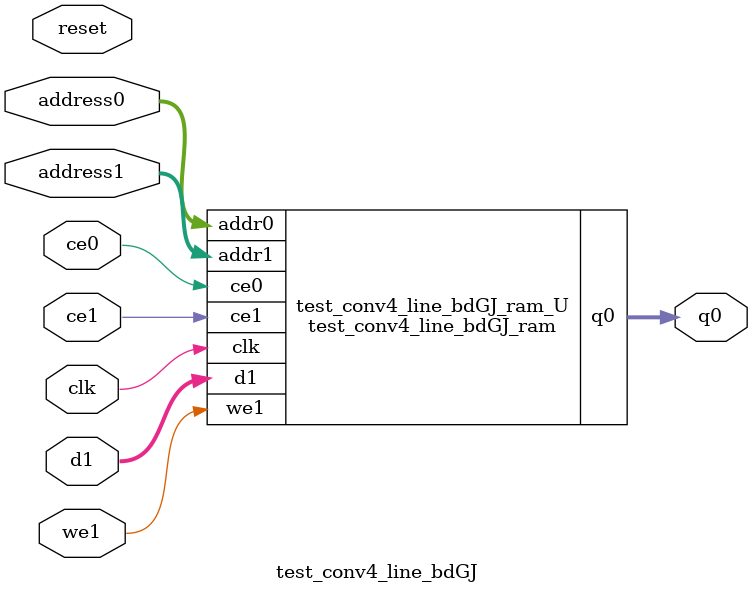
<source format=v>
`timescale 1 ns / 1 ps
module test_conv4_line_bdGJ_ram (addr0, ce0, q0, addr1, ce1, d1, we1,  clk);

parameter DWIDTH = 4;
parameter AWIDTH = 6;
parameter MEM_SIZE = 42;

input[AWIDTH-1:0] addr0;
input ce0;
output reg[DWIDTH-1:0] q0;
input[AWIDTH-1:0] addr1;
input ce1;
input[DWIDTH-1:0] d1;
input we1;
input clk;

(* ram_style = "distributed" *)reg [DWIDTH-1:0] ram[0:MEM_SIZE-1];




always @(posedge clk)  
begin 
    if (ce0) begin
        q0 <= ram[addr0];
    end
end


always @(posedge clk)  
begin 
    if (ce1) begin
        if (we1) 
            ram[addr1] <= d1; 
    end
end


endmodule

`timescale 1 ns / 1 ps
module test_conv4_line_bdGJ(
    reset,
    clk,
    address0,
    ce0,
    q0,
    address1,
    ce1,
    we1,
    d1);

parameter DataWidth = 32'd4;
parameter AddressRange = 32'd42;
parameter AddressWidth = 32'd6;
input reset;
input clk;
input[AddressWidth - 1:0] address0;
input ce0;
output[DataWidth - 1:0] q0;
input[AddressWidth - 1:0] address1;
input ce1;
input we1;
input[DataWidth - 1:0] d1;



test_conv4_line_bdGJ_ram test_conv4_line_bdGJ_ram_U(
    .clk( clk ),
    .addr0( address0 ),
    .ce0( ce0 ),
    .q0( q0 ),
    .addr1( address1 ),
    .ce1( ce1 ),
    .we1( we1 ),
    .d1( d1 ));

endmodule


</source>
